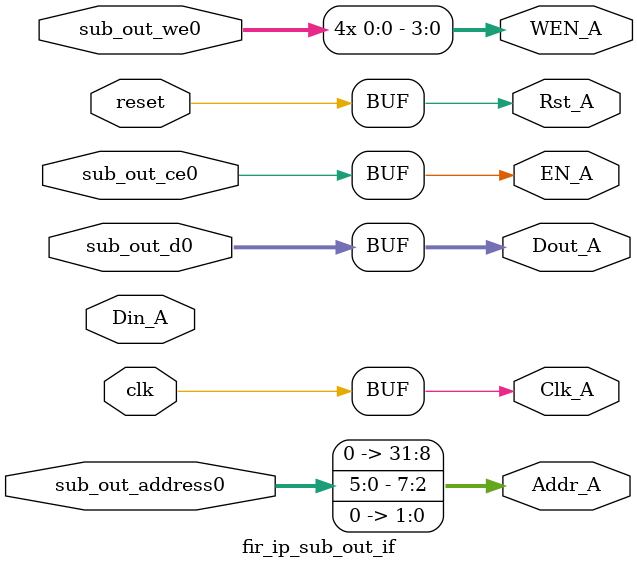
<source format=v>


`timescale 1ns/1ps

module fir_ip_sub_out_if (
    // system singals
    input  wire        clk,
    input  wire        reset,
    // user signals
    input  wire [5:0]  sub_out_address0,
    input  wire        sub_out_ce0,
    input  wire        sub_out_we0,
    input  wire [31:0] sub_out_d0,
    // bus signals
    output wire        Clk_A,
    output wire        Rst_A,
    output wire        EN_A,
    output wire [3:0]  WEN_A,
    output wire [31:0] Addr_A,
    output wire [31:0] Dout_A,
    input  wire [31:0] Din_A
);
//------------------------Body---------------------------
assign Clk_A  = clk;
assign Rst_A  = reset;
assign EN_A   = sub_out_ce0;
assign Addr_A = {sub_out_address0, 2'b0};
assign WEN_A  = {4{sub_out_we0}};
assign Dout_A = sub_out_d0;

endmodule

</source>
